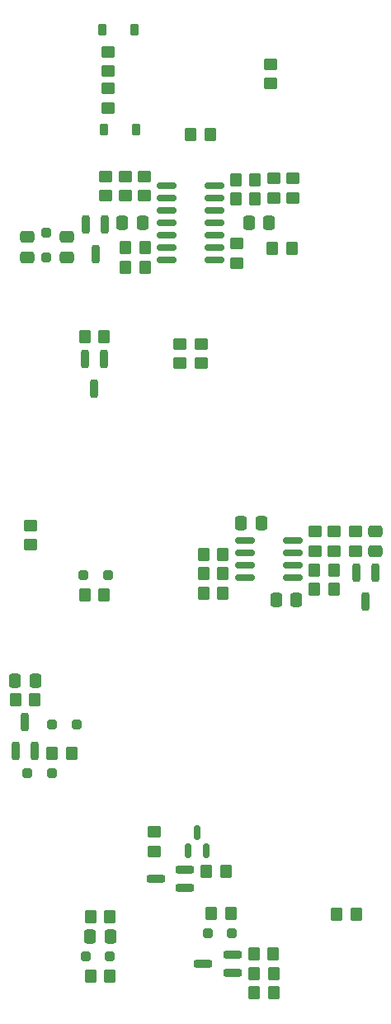
<source format=gbp>
G04 #@! TF.GenerationSoftware,KiCad,Pcbnew,8.0.5*
G04 #@! TF.CreationDate,2024-11-24T11:25:01+01:00*
G04 #@! TF.ProjectId,encore,656e636f-7265-42e6-9b69-6361645f7063,rev?*
G04 #@! TF.SameCoordinates,Original*
G04 #@! TF.FileFunction,Paste,Bot*
G04 #@! TF.FilePolarity,Positive*
%FSLAX46Y46*%
G04 Gerber Fmt 4.6, Leading zero omitted, Abs format (unit mm)*
G04 Created by KiCad (PCBNEW 8.0.5) date 2024-11-24 11:25:01*
%MOMM*%
%LPD*%
G01*
G04 APERTURE LIST*
G04 Aperture macros list*
%AMRoundRect*
0 Rectangle with rounded corners*
0 $1 Rounding radius*
0 $2 $3 $4 $5 $6 $7 $8 $9 X,Y pos of 4 corners*
0 Add a 4 corners polygon primitive as box body*
4,1,4,$2,$3,$4,$5,$6,$7,$8,$9,$2,$3,0*
0 Add four circle primitives for the rounded corners*
1,1,$1+$1,$2,$3*
1,1,$1+$1,$4,$5*
1,1,$1+$1,$6,$7*
1,1,$1+$1,$8,$9*
0 Add four rect primitives between the rounded corners*
20,1,$1+$1,$2,$3,$4,$5,0*
20,1,$1+$1,$4,$5,$6,$7,0*
20,1,$1+$1,$6,$7,$8,$9,0*
20,1,$1+$1,$8,$9,$2,$3,0*%
G04 Aperture macros list end*
%ADD10RoundRect,0.250000X0.450000X-0.350000X0.450000X0.350000X-0.450000X0.350000X-0.450000X-0.350000X0*%
%ADD11RoundRect,0.250000X-0.350000X-0.450000X0.350000X-0.450000X0.350000X0.450000X-0.350000X0.450000X0*%
%ADD12RoundRect,0.225000X-0.225000X-0.375000X0.225000X-0.375000X0.225000X0.375000X-0.225000X0.375000X0*%
%ADD13RoundRect,0.200000X-0.200000X0.750000X-0.200000X-0.750000X0.200000X-0.750000X0.200000X0.750000X0*%
%ADD14RoundRect,0.200000X0.750000X0.200000X-0.750000X0.200000X-0.750000X-0.200000X0.750000X-0.200000X0*%
%ADD15RoundRect,0.250000X-0.475000X0.337500X-0.475000X-0.337500X0.475000X-0.337500X0.475000X0.337500X0*%
%ADD16RoundRect,0.250000X-0.337500X-0.475000X0.337500X-0.475000X0.337500X0.475000X-0.337500X0.475000X0*%
%ADD17RoundRect,0.250000X0.337500X0.475000X-0.337500X0.475000X-0.337500X-0.475000X0.337500X-0.475000X0*%
%ADD18RoundRect,0.250000X0.350000X0.450000X-0.350000X0.450000X-0.350000X-0.450000X0.350000X-0.450000X0*%
%ADD19RoundRect,0.250000X0.250000X-0.250000X0.250000X0.250000X-0.250000X0.250000X-0.250000X-0.250000X0*%
%ADD20RoundRect,0.250000X0.250000X0.250000X-0.250000X0.250000X-0.250000X-0.250000X0.250000X-0.250000X0*%
%ADD21RoundRect,0.250000X-0.450000X0.350000X-0.450000X-0.350000X0.450000X-0.350000X0.450000X0.350000X0*%
%ADD22RoundRect,0.250000X-0.250000X-0.250000X0.250000X-0.250000X0.250000X0.250000X-0.250000X0.250000X0*%
%ADD23RoundRect,0.150000X0.825000X0.150000X-0.825000X0.150000X-0.825000X-0.150000X0.825000X-0.150000X0*%
%ADD24RoundRect,0.250000X0.475000X-0.337500X0.475000X0.337500X-0.475000X0.337500X-0.475000X-0.337500X0*%
%ADD25RoundRect,0.225000X0.225000X0.375000X-0.225000X0.375000X-0.225000X-0.375000X0.225000X-0.375000X0*%
%ADD26RoundRect,0.200000X0.200000X-0.750000X0.200000X0.750000X-0.200000X0.750000X-0.200000X-0.750000X0*%
%ADD27RoundRect,0.150000X-0.825000X-0.150000X0.825000X-0.150000X0.825000X0.150000X-0.825000X0.150000X0*%
%ADD28RoundRect,0.150000X0.150000X-0.587500X0.150000X0.587500X-0.150000X0.587500X-0.150000X-0.587500X0*%
G04 APERTURE END LIST*
D10*
X68900000Y-90200000D03*
X68900000Y-88200000D03*
D11*
X71300000Y-111795000D03*
X73300000Y-111795000D03*
D12*
X61100000Y-66250000D03*
X64400000Y-66250000D03*
D13*
X59150000Y-89800000D03*
X61050000Y-89800000D03*
X60100000Y-92800000D03*
D14*
X69400000Y-142150000D03*
X69400000Y-144050000D03*
X66400000Y-143100000D03*
D15*
X53200000Y-77262500D03*
X53200000Y-79337500D03*
D10*
X84750000Y-109495000D03*
X84750000Y-107495000D03*
D11*
X55750000Y-130250000D03*
X57750000Y-130250000D03*
D16*
X59662500Y-149070000D03*
X61737500Y-149070000D03*
D17*
X65037500Y-75790000D03*
X62962500Y-75790000D03*
D10*
X65250000Y-73040000D03*
X65250000Y-71040000D03*
D18*
X87000000Y-146750000D03*
X85000000Y-146750000D03*
D19*
X55200000Y-79350000D03*
X55200000Y-76850000D03*
D18*
X61125000Y-113935000D03*
X59125000Y-113935000D03*
D16*
X78762500Y-114500000D03*
X80837500Y-114500000D03*
D20*
X74230000Y-148700000D03*
X71730000Y-148700000D03*
D17*
X54037500Y-122750000D03*
X51962500Y-122750000D03*
D21*
X53525000Y-106835000D03*
X53525000Y-108835000D03*
D11*
X63300000Y-78350000D03*
X65300000Y-78350000D03*
D18*
X72000000Y-66700000D03*
X70000000Y-66700000D03*
D20*
X61700000Y-151100000D03*
X59200000Y-151100000D03*
D16*
X75162500Y-106595000D03*
X77237500Y-106595000D03*
D10*
X71100000Y-90200000D03*
X71100000Y-88200000D03*
D18*
X74100000Y-146700000D03*
X72100000Y-146700000D03*
X76600000Y-71350000D03*
X74600000Y-71350000D03*
X78480000Y-150800000D03*
X76480000Y-150800000D03*
D11*
X76500000Y-154800000D03*
X78500000Y-154800000D03*
D20*
X55750000Y-132250000D03*
X53250000Y-132250000D03*
D11*
X59100000Y-87500000D03*
X61100000Y-87500000D03*
X71300000Y-109795000D03*
X73300000Y-109795000D03*
D22*
X58975000Y-111935000D03*
X61475000Y-111935000D03*
X55750000Y-127250000D03*
X58250000Y-127250000D03*
D10*
X66250000Y-140300000D03*
X66250000Y-138300000D03*
D21*
X61250000Y-71040000D03*
X61250000Y-73040000D03*
D23*
X80475000Y-108390000D03*
X80475000Y-109660000D03*
X80475000Y-110930000D03*
X80475000Y-112200000D03*
X75525000Y-112200000D03*
X75525000Y-110930000D03*
X75525000Y-109660000D03*
X75525000Y-108390000D03*
D11*
X82700000Y-111395000D03*
X84700000Y-111395000D03*
D21*
X74700000Y-77900000D03*
X74700000Y-79900000D03*
D10*
X78500000Y-73250000D03*
X78500000Y-71250000D03*
D21*
X61500000Y-58250000D03*
X61500000Y-60250000D03*
D18*
X84700000Y-113395000D03*
X82700000Y-113395000D03*
D15*
X88900000Y-107420000D03*
X88900000Y-109495000D03*
D24*
X57300000Y-79325000D03*
X57300000Y-77250000D03*
D10*
X61500000Y-64000000D03*
X61500000Y-62000000D03*
X86900000Y-109495000D03*
X86900000Y-107495000D03*
D17*
X78037500Y-75750000D03*
X75962500Y-75750000D03*
D18*
X54000000Y-124750000D03*
X52000000Y-124750000D03*
X73600000Y-142300000D03*
X71600000Y-142300000D03*
X65300000Y-80350000D03*
X63300000Y-80350000D03*
D25*
X64250000Y-56000000D03*
X60950000Y-56000000D03*
D11*
X78400000Y-78450000D03*
X80400000Y-78450000D03*
D18*
X78500000Y-152800000D03*
X76500000Y-152800000D03*
D21*
X80500000Y-71250000D03*
X80500000Y-73250000D03*
D14*
X74280000Y-150850000D03*
X74280000Y-152750000D03*
X71280000Y-151800000D03*
D21*
X63250000Y-71040000D03*
X63250000Y-73040000D03*
X78200000Y-59500000D03*
X78200000Y-61500000D03*
D13*
X87000000Y-111660000D03*
X88900000Y-111660000D03*
X87950000Y-114660000D03*
D11*
X74600000Y-73350000D03*
X76600000Y-73350000D03*
X59700000Y-147000000D03*
X61700000Y-147000000D03*
D21*
X82750000Y-107495000D03*
X82750000Y-109495000D03*
D26*
X53950000Y-130000000D03*
X52050000Y-130000000D03*
X53000000Y-127000000D03*
D18*
X73300000Y-113795000D03*
X71300000Y-113795000D03*
X61700000Y-153100000D03*
X59700000Y-153100000D03*
D27*
X67500000Y-79620000D03*
X67500000Y-78350000D03*
X67500000Y-77080000D03*
X67500000Y-75810000D03*
X67500000Y-74540000D03*
X67500000Y-73270000D03*
X67500000Y-72000000D03*
X72450000Y-72000000D03*
X72450000Y-73270000D03*
X72450000Y-74540000D03*
X72450000Y-75810000D03*
X72450000Y-77080000D03*
X72450000Y-78350000D03*
X72450000Y-79620000D03*
D13*
X59250000Y-76000000D03*
X61150000Y-76000000D03*
X60200000Y-79000000D03*
D28*
X71600000Y-140200000D03*
X69700000Y-140200000D03*
X70650000Y-138325000D03*
M02*

</source>
